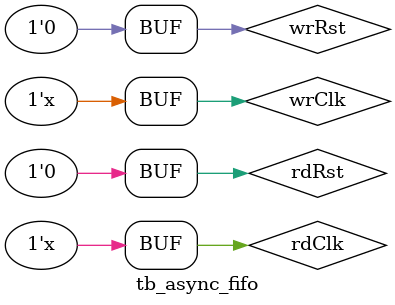
<source format=v>
`timescale 1ns/1ps
module tb_async_fifo (
);

  localparam       WIDTH = 6;
  localparam       DEPTH = 32;
  reg              wrClk;
  reg              wrRst;
  reg              wrEn;
  reg  [WIDTH-1:0] wrData;
  reg              rdClk;
  reg              rdRst;
  reg              rdEn;
  wire             full;
  wire             empty;
  wire [WIDTH-1:0] rdData;
  reg              rdEn_dly;
  reg  [WIDTH-1:0] rdData_dly;
  wire [WIDTH-1:0] rdData_dly_incr;
  reg              rdData_good;

  reg    tbPhase;

  initial begin
    wrClk       = 0;
    rdClk       = 0;
    wrRst       = 1;
    rdRst       = 1;
    tbPhase     = 0;
    wrEn        = 0;
    wrData      = 0;
    rdEn        = 0;
    rdEn_dly    = 0;
    rdData_dly  = '1; // this means all-ones
    rdData_good = 0;
  end

  always #10  wrClk = ~wrClk;
  always #7.5 rdClk = ~rdClk;
  always #60 wrRst = 0;
  always #60 rdRst = 0;


  always @(full, empty) begin
    if (full) begin
      if (empty) tbPhase = 1'bx;
      else tbPhase = 1;
    end else if (empty) tbPhase = 0;
  end

  always @(posedge wrClk) begin
    if (~tbPhase & ~full) begin // write until full
      wrEn <= 1'b1;
    end else begin
      wrEn <= 1'b0;
    end
    // advance wrData on successful write
    wrData <= wrData + (wrEn & ~full);
  end

  assign rdData_dly_incr = rdData_dly + 1; // limit the result of this addiiton to WIDTH bits
  always @(*) begin
    if (rdEn_dly) begin
      rdData_good = rdData_dly_incr == rdData; // comparison for expected data vs read data
    end
  end

  always @(posedge rdClk) begin
    rdEn_dly <= rdEn & ~empty;
    if (rdEn_dly) begin
      rdData_dly <= rdData;
    end
    if (tbPhase & ~empty) begin // read until empty
      rdEn <= 1'b1;
    end else begin
      rdEn <= 1'b0;
    end
  end
  
 
  async_fifo #(
    .WIDTH (WIDTH),
    .DEPTH (DEPTH)
  ) uut (
    .wrClk   (wrClk ),
    .wrRst   (wrRst ),
    .wrEn    (wrEn  ),
    .wrData  (wrData),
    .rdClk   (rdClk ),
    .rdRst   (rdRst ),
    .rdEn    (rdEn  ),
    .full    (full  ),
    .empty   (empty ),
    .rdData  (rdData)
  );

endmodule

</source>
